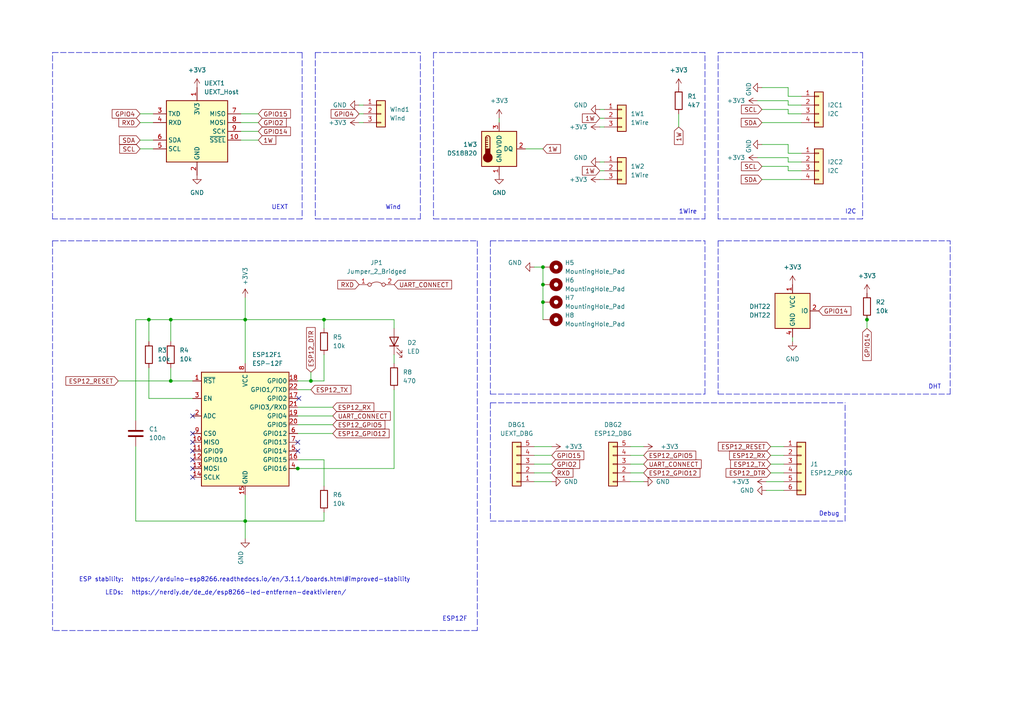
<source format=kicad_sch>
(kicad_sch (version 20231120) (generator "eeschema") (generator_version "8.0")
  (paper "A4")
  (lib_symbols
    (symbol "Connector:UEXT_Host"
      (property "Reference" "J" (at 5.08 10.16 0))
      (property "Value" "UEXT_Host" (at 6.35 -10.16 0))
      (symbol "UEXT_Host_1_1"
        (rectangle (start -8.89 8.89) (end 8.89 -8.89) (stroke (width 0.254)) (fill (type background)))
        (pin power_in line (at 0 12.7 270) (length 3.81) (name "3V3") (number "1"))
        (pin output line (at 12.7 -2.54 180) (length 3.81) (name "~{SSEL}") (number "10"))
        (pin power_in line (at 0 -12.7 90) (length 3.81) (name "GND") (number "2"))
        (pin output line (at -12.7 5.08 0) (length 3.81) (name "TXD") (number "3"))
        (pin input line (at -12.7 2.54 0) (length 3.81) (name "RXD") (number "4"))
        (pin output line (at -12.7 -5.08 0) (length 3.81) (name "SCL") (number "5"))
        (pin bidirectional line (at -12.7 -2.54 0) (length 3.81) (name "SDA") (number "6"))
        (pin output line (at 12.7 5.08 180) (length 3.81) (name "MISO") (number "7"))
        (pin input line (at 12.7 2.54 180) (length 3.81) (name "MOSI") (number "8"))
        (pin output line (at 12.7 0 180) (length 3.81) (name "SCK") (number "9"))
      )
    )
    (symbol "Connector_Generic:Conn_01x03" (pin_names (offset 1.016) hide)
      (property "Reference" "J" (at 0 5.08 0))
      (property "Value" "Conn_01x03" (at 0 -5.08 0))
      (symbol "Conn_01x03_1_1"
        (rectangle (start -1.27 -2.413) (end 0 -2.667) (stroke (width 0.1524)))
        (rectangle (start -1.27 0.127) (end 0 -0.127) (stroke (width 0.1524)))
        (rectangle (start -1.27 2.667) (end 0 2.413) (stroke (width 0.1524)))
        (rectangle (start -1.27 3.81) (end 1.27 -3.81) (stroke (width 0.254)) (fill (type background)))
        (pin passive line (at -5.08 2.54 0) (length 3.81) (name "Pin_1") (number "1"))
        (pin passive line (at -5.08 0 0) (length 3.81) (name "Pin_2") (number "2"))
        (pin passive line (at -5.08 -2.54 0) (length 3.81) (name "Pin_3") (number "3"))
      )
    )
    (symbol "Connector_Generic:Conn_01x04" (pin_names (offset 1.016) hide)
      (property "Reference" "J" (at 0 5.08 0))
      (property "Value" "Conn_01x04" (at 0 -7.62 0))
      (symbol "Conn_01x04_1_1"
        (rectangle (start -1.27 -4.953) (end 0 -5.207) (stroke (width 0.1524)))
        (rectangle (start -1.27 -2.413) (end 0 -2.667) (stroke (width 0.1524)))
        (rectangle (start -1.27 0.127) (end 0 -0.127) (stroke (width 0.1524)))
        (rectangle (start -1.27 2.667) (end 0 2.413) (stroke (width 0.1524)))
        (rectangle (start -1.27 3.81) (end 1.27 -6.35) (stroke (width 0.254)) (fill (type background)))
        (pin passive line (at -5.08 2.54 0) (length 3.81) (name "Pin_1") (number "1"))
        (pin passive line (at -5.08 0 0) (length 3.81) (name "Pin_2") (number "2"))
        (pin passive line (at -5.08 -2.54 0) (length 3.81) (name "Pin_3") (number "3"))
        (pin passive line (at -5.08 -5.08 0) (length 3.81) (name "Pin_4") (number "4"))
      )
    )
    (symbol "Connector_Generic:Conn_01x05" (pin_names (offset 1.016) hide)
      (property "Reference" "J" (at 0 7.62 0))
      (property "Value" "Conn_01x05" (at 0 -7.62 0))
      (symbol "Conn_01x05_1_1"
        (rectangle (start -1.27 -4.953) (end 0 -5.207) (stroke (width 0.1524)))
        (rectangle (start -1.27 -2.413) (end 0 -2.667) (stroke (width 0.1524)))
        (rectangle (start -1.27 0.127) (end 0 -0.127) (stroke (width 0.1524)))
        (rectangle (start -1.27 2.667) (end 0 2.413) (stroke (width 0.1524)))
        (rectangle (start -1.27 5.207) (end 0 4.953) (stroke (width 0.1524)))
        (rectangle (start -1.27 6.35) (end 1.27 -6.35) (stroke (width 0.254)) (fill (type background)))
        (pin passive line (at -5.08 5.08 0) (length 3.81) (name "Pin_1") (number "1"))
        (pin passive line (at -5.08 2.54 0) (length 3.81) (name "Pin_2") (number "2"))
        (pin passive line (at -5.08 0 0) (length 3.81) (name "Pin_3") (number "3"))
        (pin passive line (at -5.08 -2.54 0) (length 3.81) (name "Pin_4") (number "4"))
        (pin passive line (at -5.08 -5.08 0) (length 3.81) (name "Pin_5") (number "5"))
      )
    )
    (symbol "Connector_Generic:Conn_01x06" (pin_names (offset 1.016) hide)
      (property "Reference" "J" (at 0 7.62 0))
      (property "Value" "Conn_01x06" (at 0 -10.16 0))
      (symbol "Conn_01x06_1_1"
        (rectangle (start -1.27 -7.493) (end 0 -7.747) (stroke (width 0.1524)))
        (rectangle (start -1.27 -4.953) (end 0 -5.207) (stroke (width 0.1524)))
        (rectangle (start -1.27 -2.413) (end 0 -2.667) (stroke (width 0.1524)))
        (rectangle (start -1.27 0.127) (end 0 -0.127) (stroke (width 0.1524)))
        (rectangle (start -1.27 2.667) (end 0 2.413) (stroke (width 0.1524)))
        (rectangle (start -1.27 5.207) (end 0 4.953) (stroke (width 0.1524)))
        (rectangle (start -1.27 6.35) (end 1.27 -8.89) (stroke (width 0.254)) (fill (type background)))
        (pin passive line (at -5.08 5.08 0) (length 3.81) (name "Pin_1") (number "1"))
        (pin passive line (at -5.08 2.54 0) (length 3.81) (name "Pin_2") (number "2"))
        (pin passive line (at -5.08 0 0) (length 3.81) (name "Pin_3") (number "3"))
        (pin passive line (at -5.08 -2.54 0) (length 3.81) (name "Pin_4") (number "4"))
        (pin passive line (at -5.08 -5.08 0) (length 3.81) (name "Pin_5") (number "5"))
        (pin passive line (at -5.08 -7.62 0) (length 3.81) (name "Pin_6") (number "6"))
      )
    )
    (symbol "Device:C" (pin_numbers hide) (pin_names (offset 0.254))
      (property "Reference" "C" (at 0.635 2.54 0))
      (property "Value" "C" (at 0.635 -2.54 0))
      (symbol "C_0_1"
        (polyline (pts (xy -2.032 -0.762) (xy 2.032 -0.762)) (stroke (width 0.508)))
        (polyline (pts (xy -2.032 0.762) (xy 2.032 0.762)) (stroke (width 0.508)))
      )
      (symbol "C_1_1"
        (pin passive line (at 0 3.81 270) (length 2.794) (name "~") (number "1"))
        (pin passive line (at 0 -3.81 90) (length 2.794) (name "~") (number "2"))
      )
    )
    (symbol "Device:LED" (pin_numbers hide) (pin_names (offset 1.016) hide)
      (property "Reference" "D" (at 0 2.54 0))
      (property "Value" "LED" (at 0 -2.54 0))
      (symbol "LED_0_1"
        (polyline (pts (xy -1.27 -1.27) (xy -1.27 1.27)) (stroke (width 0.254)))
        (polyline (pts (xy -1.27 0) (xy 1.27 0)))
        (polyline (pts (xy 1.27 -1.27) (xy 1.27 1.27) (xy -1.27 0) (xy 1.27 -1.27)) (stroke (width 0.254)))
        (polyline (pts (xy -3.048 -0.762) (xy -4.572 -2.286) (xy -3.81 -2.286) (xy -4.572 -2.286) (xy -4.572 -1.524)))
        (polyline (pts (xy -1.778 -0.762) (xy -3.302 -2.286) (xy -2.54 -2.286) (xy -3.302 -2.286) (xy -3.302 -1.524)))
      )
      (symbol "LED_1_1"
        (pin passive line (at -3.81 0 0) (length 2.54) (name "K") (number "1"))
        (pin passive line (at 3.81 0 180) (length 2.54) (name "A") (number "2"))
      )
    )
    (symbol "Device:R" (pin_numbers hide) (pin_names (offset 0))
      (property "Reference" "R" (at 2.032 0 90))
      (property "Value" "R" (at 0 0 90))
      (symbol "R_0_1"
        (rectangle (start -1.016 -2.54) (end 1.016 2.54) (stroke (width 0.254)))
      )
      (symbol "R_1_1"
        (pin passive line (at 0 3.81 270) (length 1.27) (name "~") (number "1"))
        (pin passive line (at 0 -3.81 90) (length 1.27) (name "~") (number "2"))
      )
    )
    (symbol "Graphic:Logo_Open_Hardware_Small" (pin_names (offset 1.016))
      (symbol "Logo_Open_Hardware_Small_0_1"
        (polyline (pts (xy 3.3528 -4.3434) (xy 3.302 -4.318) (xy 3.175 -4.2418) (xy 2.9972 -4.1148) (xy 2.7686 -3.9624) (xy 2.54 -3.81) (xy 2.3622 -3.7084) (xy 2.2352 -3.6068) (xy 2.1844 -3.5814) (xy 2.159 -3.6068) (xy 2.0574 -3.6576) (xy 1.905 -3.7338) (xy 1.8034 -3.7846) (xy 1.6764 -3.8354) (xy 1.6002 -3.8354) (xy 1.6002 -3.8354) (xy 1.5494 -3.7338) (xy 1.4732 -3.5306) (xy 1.3462 -3.302) (xy 1.2446 -3.0226) (xy 1.1176 -2.7178) (xy 0.9652 -2.413) (xy 0.8636 -2.1082) (xy 0.7366 -1.8288) (xy 0.6604 -1.6256) (xy 0.6096 -1.4732) (xy 0.5842 -1.397) (xy 0.5842 -1.397) (xy 0.6604 -1.3208) (xy 0.7874 -1.2446) (xy 1.0414 -1.016) (xy 1.2954 -0.6858) (xy 1.4478 -0.3302) (xy 1.524 0.0762) (xy 1.4732 0.4572) (xy 1.3208 0.8128) (xy 1.0668 1.143) (xy 0.762 1.3716) (xy 0.4064 1.524) (xy 0 1.5748) (xy -0.381 1.5494) (xy -0.7366 1.397) (xy -1.0668 1.143) (xy -1.2192 0.9906) (xy -1.397 0.6604) (xy -1.524 0.3048) (xy -1.524 0.2286) (xy -1.4986 -0.1778) (xy -1.397 -0.5334) (xy -1.1938 -0.8636) (xy -0.9144 -1.143) (xy -0.8636 -1.1684) (xy -0.7366 -1.27) (xy -0.635 -1.3462) (xy -0.5842 -1.397) (xy -1.0668 -2.5908) (xy -1.143 -2.794) (xy -1.2954 -3.1242) (xy -1.397 -3.4036) (xy -1.4986 -3.6322) (xy -1.5748 -3.7846) (xy -1.6002 -3.8354) (xy -1.6002 -3.8354) (xy -1.651 -3.8354) (xy -1.7272 -3.81) (xy -1.905 -3.7338) (xy -2.0066 -3.683) (xy -2.1336 -3.6068) (xy -2.2098 -3.5814) (xy -2.2606 -3.6068) (xy -2.3622 -3.683) (xy -2.54 -3.81) (xy -2.7686 -3.9624) (xy -2.9718 -4.0894) (xy -3.1496 -4.2164) (xy -3.302 -4.318) (xy -3.3528 -4.3434) (xy -3.3782 -4.3434) (xy -3.429 -4.318) (xy -3.5306 -4.2164) (xy -3.7084 -4.064) (xy -3.937 -3.8354) (xy -3.9624 -3.81) (xy -4.1656 -3.6068) (xy -4.318 -3.4544) (xy -4.4196 -3.3274) (xy -4.445 -3.2766) (xy -4.445 -3.2766) (xy -4.4196 -3.2258) (xy -4.318 -3.0734) (xy -4.2164 -2.8956) (xy -4.064 -2.667) (xy -3.6576 -2.0828) (xy -3.8862 -1.5494) (xy -3.937 -1.3716) (xy -4.0386 -1.1684) (xy -4.0894 -1.0414) (xy -4.1148 -0.9652) (xy -4.191 -0.9398) (xy -4.318 -0.9144) (xy -4.5466 -0.8636) (xy -4.8006 -0.8128) (xy -5.0546 -0.7874) (xy -5.2578 -0.7366) (xy -5.4356 -0.7112) (xy -5.5118 -0.6858) (xy -5.5118 -0.6858) (xy -5.5372 -0.635) (xy -5.5372 -0.5588) (xy -5.5372 -0.4318) (xy -5.5626 -0.2286) (xy -5.5626 0.0762) (xy -5.5626 0.127) (xy -5.5372 0.4064) (xy -5.5372 0.635) (xy -5.5372 0.762) (xy -5.5372 0.8382) (xy -5.5372 0.8382) (xy -5.461 0.8382) (xy -5.3086 0.889) (xy -5.08 0.9144) (xy -4.826 0.9652) (xy -4.8006 0.9906) (xy -4.5466 1.0414) (xy -4.318 1.0668) (xy -4.1656 1.1176) (xy -4.0894 1.143) (xy -4.0894 1.143) (xy -4.0386 1.2446) (xy -3.9624 1.4224) (xy -3.8608 1.6256) (xy -3.7846 1.8288) (xy -3.7084 2.0066) (xy -3.6576 2.159) (xy -3.6322 2.2098) (xy -3.6322 2.2098) (xy -3.683 2.286) (xy -3.7592 2.413) (xy -3.8862 2.5908) (xy -4.064 2.8194) (xy -4.064 2.8448) (xy -4.2164 3.0734) (xy -4.3434 3.2512) (xy -4.4196 3.3782) (xy -4.445 3.4544) (xy -4.445 3.4544) (xy -4.3942 3.5052) (xy -4.2926 3.6322) (xy -4.1148 3.81) (xy -3.937 4.0132) (xy -3.8608 4.064) (xy -3.6576 4.2926) (xy -3.5052 4.4196) (xy -3.4036 4.4958) (xy -3.3528 4.5212) (xy -3.3528 4.5212) (xy -3.302 4.4704) (xy -3.1496 4.3688) (xy -2.9718 4.2418) (xy -2.7432 4.0894) (xy -2.7178 4.0894) (xy -2.4892 3.937) (xy -2.3114 3.81) (xy -2.1844 3.7084) (xy -2.1336 3.683) (xy -2.1082 3.683) (xy -2.032 3.7084) (xy -1.8542 3.7592) (xy -1.6764 3.8354) (xy -1.4732 3.937) (xy -1.27 4.0132) (xy -1.143 4.064) (xy -1.0668 4.1148) (xy -1.0668 4.1148) (xy -1.0414 4.191) (xy -1.016 4.3434) (xy -0.9652 4.572) (xy -0.9144 4.8514) (xy -0.889 4.9022) (xy -0.8382 5.1562) (xy -0.8128 5.3848) (xy -0.7874 5.5372) (xy -0.762 5.588) (xy -0.7112 5.6134) (xy -0.5842 5.6134) (xy -0.4064 5.6134) (xy -0.1524 5.6134) (xy 0.0762 5.6134) (xy 0.3302 5.6134) (xy 0.5334 5.6134) (xy 0.6858 5.588) (xy 0.7366 5.588) (xy 0.7366 5.588) (xy 0.762 5.5118) (xy 0.8128 5.334) (xy 0.8382 5.1054) (xy 0.9144 4.826) (xy 0.9144 4.7752) (xy 0.9652 4.5212) (xy 1.016 4.2926) (xy 1.0414 4.1402) (xy 1.0668 4.0894) (xy 1.0668 4.0894) (xy 1.1938 4.0386) (xy 1.3716 3.9624) (xy 1.5748 3.8608) (xy 2.0828 3.6576) (xy 2.7178 4.0894) (xy 2.7686 4.1402) (xy 2.9972 4.2926) (xy 3.175 4.4196) (xy 3.302 4.4958) (xy 3.3782 4.5212) (xy 3.3782 4.5212) (xy 3.429 4.4704) (xy 3.556 4.3434) (xy 3.7338 4.191) (xy 3.9116 3.9878) (xy 4.064 3.8354) (xy 4.2418 3.6576) (xy 4.3434 3.556) (xy 4.4196 3.4798) (xy 4.4196 3.429) (xy 4.4196 3.4036) (xy 4.3942 3.3274) (xy 4.2926 3.2004) (xy 4.1656 2.9972) (xy 4.0132 2.794) (xy 3.8862 2.5908) (xy 3.7592 2.3876) (xy 3.6576 2.2352) (xy 3.6322 2.159) (xy 3.6322 2.1336) (xy 3.683 2.0066) (xy 3.7592 1.8288) (xy 3.8608 1.6002) (xy 4.064 1.1176) (xy 4.3942 1.0414) (xy 4.5974 1.016) (xy 4.8768 0.9652) (xy 5.1308 0.9144) (xy 5.5372 0.8382) (xy 5.5626 -0.6604) (xy 5.4864 -0.6858) (xy 5.4356 -0.6858) (xy 5.2832 -0.7366) (xy 5.0546 -0.762) (xy 4.8006 -0.8128) (xy 4.5974 -0.8636) (xy 4.3688 -0.9144) (xy 4.2164 -0.9398) (xy 4.1402 -0.9398) (xy 4.1148 -0.9652) (xy 4.064 -1.0668) (xy 3.9878 -1.2446) (xy 3.9116 -1.4478) (xy 3.81 -1.651) (xy 3.7338 -1.8542) (xy 3.683 -2.0066) (xy 3.6576 -2.0828) (xy 3.683 -2.1336) (xy 3.7846 -2.2606) (xy 3.8862 -2.4638) (xy 4.0386 -2.667) (xy 4.191 -2.8956) (xy 4.318 -3.0734) (xy 4.3942 -3.2004) (xy 4.445 -3.2766) (xy 4.4196 -3.3274) (xy 4.3434 -3.429) (xy 4.1656 -3.5814) (xy 3.937 -3.8354) (xy 3.8862 -3.8608) (xy 3.683 -4.064) (xy 3.5306 -4.2164) (xy 3.4036 -4.318) (xy 3.3528 -4.3434)) (fill (type outline)))
      )
    )
    (symbol "Graphic:SYM_ESD_Small" (pin_names (offset 1.016))
      (symbol "SYM_ESD_Small_0_0"
        (polyline (pts (xy -1.27 0.381) (xy 2.159 -1.016)) (stroke (width 0.254)))
        (polyline (pts (xy -2.667 -1.905) (xy 2.794 -1.905) (xy 0 2.54) (xy -2.667 -1.905)) (stroke (width 0.254)))
        (polyline (pts (xy 2.7432 -1.905) (xy 2.7178 -1.8796) (xy 2.6162 -1.6764) (xy 2.5654 -1.6002) (xy 2.4892 -1.4986) (xy 2.4384 -1.3716) (xy 1.7526 -0.2286) (xy 1.7018 -0.127) (xy 1.6256 -0.0508) (xy 1.6002 0.0508) (xy 1.5494 0.1016) (xy 1.4986 0.2032) (xy 1.4732 0.2286) (xy 1.4732 0.2032) (xy 1.4478 0.2032) (xy 1.3208 0.0762) (xy 1.2954 0.0254) (xy 1.2954 -0.0254) (xy 1.27 -0.0762) (xy 1.2446 -0.1524) (xy 1.143 -0.254) (xy 1.0922 -0.3302) (xy 1.0414 -0.3556) (xy 0.9144 -0.4826) (xy 0.762 -0.5842) (xy 0.6604 -0.6604) (xy 0.508 -0.762) (xy 0.4572 -0.8128) (xy 0.3556 -0.8636) (xy 0.3048 -0.9144) (xy 0.2286 -0.9652) (xy 0.0762 -1.1938) (xy 0.0254 -1.2954) (xy -0.0254 -1.4224) (xy -0.0508 -1.4986) (xy -0.1016 -1.5748) (xy -0.127 -1.651) (xy -0.1778 -1.6764) (xy -0.2032 -1.7272) (xy -0.254 -1.7526) (xy -0.4064 -1.7526) (xy -0.4064 -1.7272) (xy -0.4572 -1.7018) (xy -0.4826 -1.6256) (xy -0.508 -1.524) (xy -0.508 -1.0922) (xy -0.4572 -0.889) (xy -0.4064 -0.8128) (xy -0.254 -0.6604) (xy -0.2032 -0.5842) (xy -0.127 -0.5334) (xy -0.1016 -0.4826) (xy -0.0762 -0.4064) (xy -0.0508 -0.3556) (xy -0.0254 -0.3302) (xy -0.0254 -0.2794) (xy 0 -0.2286) (xy -0.0762 -0.1524) (xy -0.127 -0.127) (xy -0.1524 -0.0762) (xy -0.2032 -0.0508) (xy -0.2286 -0.0254) (xy -0.254 -0.0254) (xy -0.3048 -0.0762) (xy -0.3556 -0.1016) (xy -0.4318 -0.127) (xy -0.4826 -0.1524) (xy -0.5588 -0.2286) (xy -0.6096 -0.254) (xy -0.8382 -0.4826) (xy -0.8128 -0.5588) (xy -0.7874 -0.5842) (xy -0.7874 -0.8636) (xy -0.8128 -0.889) (xy -0.8128 -0.9652) (xy -0.762 -1.016) (xy -0.762 -1.0414) (xy -0.6604 -1.2954) (xy -0.6604 -1.5748) (xy -0.6858 -1.6002) (xy -0.6858 -1.6256) (xy -0.7366 -1.7018) (xy -0.8382 -1.7526) (xy -0.9144 -1.7526) (xy -0.9398 -1.7272) (xy -0.9652 -1.6764) (xy -1.016 -1.6002) (xy -1.0414 -1.524) (xy -1.143 -1.27) (xy -1.2192 -1.0414) (xy -1.27 -0.9652) (xy -1.2954 -0.889) (xy -1.3208 -0.8382) (xy -1.3208 -0.8128) (xy -1.3716 -0.7112) (xy -1.397 -0.5842) (xy -1.397 -0.4826) (xy -1.3716 -0.381) (xy -1.3208 -0.254) (xy -1.2954 -0.2032) (xy -1.1938 -0.0508) (xy -1.0414 0.1524) (xy -0.9906 0.2032) (xy -0.9652 0.254) (xy -0.9144 0.3302) (xy -0.889 0.381) (xy -0.8636 0.381) (xy -0.8128 0.508) (xy -0.6096 0.7112) (xy -0.5334 0.7366) (xy -0.508 0.762) (xy -0.4318 0.762) (xy -0.3556 0.7874) (xy -0.2286 0.8128) (xy -0.1016 0.8128) (xy 0.0508 0.8382) (xy 0.2032 0.8382) (xy 0.3048 0.8636) (xy 0.4826 0.8636) (xy 0.5334 0.889) (xy 0.5842 0.889) (xy 0.6858 0.9398) (xy 0.7112 0.9652) (xy 0.762 0.9906) (xy 0.8128 1.0414) (xy 0.8636 1.0668) (xy 0.889 1.1176) (xy 0.9144 1.143) (xy 0.9144 1.1938) (xy 0.889 1.2192) (xy 0.8636 1.27) (xy 0.8128 1.3462) (xy 0.7112 1.5494) (xy 0.635 1.651) (xy 0.5842 1.7526) (xy 0.508 1.8796) (xy 0.4572 1.9558) (xy 0.381 2.0828) (xy 0.3048 2.1844) (xy 0.254 2.286) (xy 0.2032 2.3622) (xy 0.1778 2.4384) (xy 0.1016 2.5146) (xy 0.1016 2.54) (xy 0.0762 2.5654) (xy 0.0762 2.5908) (xy 0.0254 2.5908) (xy 0.0254 2.5654) (xy -0.0254 2.5146) (xy -0.1016 2.3622) (xy -0.254 2.1336) (xy -0.3048 2.032) (xy -0.4572 1.778) (xy -0.5588 1.6256) (xy -0.762 1.27) (xy -0.889 1.0668) (xy -1.016 0.8382) (xy -1.1684 0.6096) (xy -1.3208 0.3302) (xy -1.397 0.2032) (xy -1.524 -0.0254) (xy -1.778 -0.4318) (xy -1.8796 -0.635) (xy -2.0066 -0.8128) (xy -2.1082 -0.9906) (xy -2.2098 -1.143) (xy -2.286 -1.2954) (xy -2.4384 -1.5494) (xy -2.4892 -1.651) (xy -2.5654 -1.7526) (xy -2.5908 -1.8288) (xy -2.6162 -1.8796) (xy -2.6416 -1.905) (xy -2.6416 -1.9304) (xy 2.7432 -1.9304) (xy 2.7432 -1.905)) (stroke (width 0.127)) (fill (type background)))
      )
    )
    (symbol "Jumper:Jumper_2_Bridged" (pin_names (offset 0) hide)
      (property "Reference" "JP" (at 0 1.905 0))
      (property "Value" "Jumper_2_Bridged" (at 0 -2.54 0))
      (symbol "Jumper_2_Bridged_0_0"
        (circle (center -2.032 0) (radius 0.508))
        (circle (center 2.032 0) (radius 0.508))
      )
      (symbol "Jumper_2_Bridged_0_1"
        (arc (start 1.524 0.254) (mid 0 0.762) (end -1.524 0.254))
      )
      (symbol "Jumper_2_Bridged_1_1"
        (pin passive line (at -5.08 0 0) (length 2.54) (name "A") (number "1"))
        (pin passive line (at 5.08 0 180) (length 2.54) (name "B") (number "2"))
      )
    )
    (symbol "Mechanical:MountingHole_Pad" (pin_numbers hide) (pin_names (offset 1.016) hide)
      (property "Reference" "H" (at 0 6.35 0))
      (property "Value" "MountingHole_Pad" (at 0 4.445 0))
      (symbol "MountingHole_Pad_0_1"
        (circle (center 0 1.27) (radius 1.27) (stroke (width 1.27)))
      )
      (symbol "MountingHole_Pad_1_1"
        (pin input line (at 0 -2.54 90) (length 2.54) (name "1") (number "1"))
      )
    )
    (symbol "RF_Module:ESP-12F"
      (property "Reference" "U" (at -12.7 19.05 0))
      (property "Value" "ESP-12F" (at 12.7 19.05 0))
      (symbol "ESP-12F_0_1"
        (rectangle (start -12.7 17.78) (end 12.7 -15.24) (stroke (width 0.254)) (fill (type background)))
      )
      (symbol "ESP-12F_1_1"
        (pin input line (at -15.24 15.24 0) (length 2.54) (name "~{RST}") (number "1"))
        (pin bidirectional line (at -15.24 -2.54 0) (length 2.54) (name "MISO") (number "10"))
        (pin bidirectional line (at -15.24 -5.08 0) (length 2.54) (name "GPIO9") (number "11"))
        (pin bidirectional line (at -15.24 -7.62 0) (length 2.54) (name "GPIO10") (number "12"))
        (pin bidirectional line (at -15.24 -10.16 0) (length 2.54) (name "MOSI") (number "13"))
        (pin bidirectional line (at -15.24 -12.7 0) (length 2.54) (name "SCLK") (number "14"))
        (pin power_in line (at 0 -17.78 90) (length 2.54) (name "GND") (number "15"))
        (pin bidirectional line (at 15.24 -7.62 180) (length 2.54) (name "GPIO15") (number "16"))
        (pin bidirectional line (at 15.24 10.16 180) (length 2.54) (name "GPIO2") (number "17"))
        (pin bidirectional line (at 15.24 15.24 180) (length 2.54) (name "GPIO0") (number "18"))
        (pin bidirectional line (at 15.24 5.08 180) (length 2.54) (name "GPIO4") (number "19"))
        (pin input line (at -15.24 5.08 0) (length 2.54) (name "ADC") (number "2"))
        (pin bidirectional line (at 15.24 2.54 180) (length 2.54) (name "GPIO5") (number "20"))
        (pin bidirectional line (at 15.24 7.62 180) (length 2.54) (name "GPIO3/RXD") (number "21"))
        (pin bidirectional line (at 15.24 12.7 180) (length 2.54) (name "GPIO1/TXD") (number "22"))
        (pin input line (at -15.24 10.16 0) (length 2.54) (name "EN") (number "3"))
        (pin bidirectional line (at 15.24 -10.16 180) (length 2.54) (name "GPIO16") (number "4"))
        (pin bidirectional line (at 15.24 -5.08 180) (length 2.54) (name "GPIO14") (number "5"))
        (pin bidirectional line (at 15.24 0 180) (length 2.54) (name "GPIO12") (number "6"))
        (pin bidirectional line (at 15.24 -2.54 180) (length 2.54) (name "GPIO13") (number "7"))
        (pin power_in line (at 0 20.32 270) (length 2.54) (name "VCC") (number "8"))
        (pin input line (at -15.24 0 0) (length 2.54) (name "CS0") (number "9"))
      )
    )
    (symbol "Sensor:DHT11"
      (property "Reference" "U" (at -3.81 6.35 0))
      (property "Value" "DHT11" (at 3.81 6.35 0))
      (symbol "DHT11_0_1"
        (rectangle (start -5.08 5.08) (end 5.08 -5.08) (stroke (width 0.254)) (fill (type background)))
      )
      (symbol "DHT11_1_1"
        (pin power_in line (at 0 7.62 270) (length 2.54) (name "VCC") (number "1"))
        (pin bidirectional line (at 7.62 0 180) (length 2.54) (name "IO") (number "2"))
        (pin no_connect line (at -5.08 0 0) (length 2.54) hide (name "NC") (number "3"))
        (pin power_in line (at 0 -7.62 90) (length 2.54) (name "GND") (number "4"))
      )
    )
    (symbol "Sensor_Temperature:DS18B20" (pin_names (offset 1.016))
      (property "Reference" "U" (at -3.81 6.35 0))
      (property "Value" "DS18B20" (at 6.35 6.35 0))
      (symbol "DS18B20_0_1"
        (rectangle (start -5.08 5.08) (end 5.08 -5.08) (stroke (width 0.254)) (fill (type background)))
        (circle (center -3.302 -2.54) (radius 1.27) (stroke (width 0.254)) (fill (type outline)))
        (rectangle (start -2.667 -1.905) (end -3.937 0) (stroke (width 0.254)) (fill (type outline)))
        (arc (start -2.667 3.175) (mid -3.302 3.8072) (end -3.937 3.175) (stroke (width 0.254)))
        (polyline (pts (xy -3.937 0.635) (xy -3.302 0.635)) (stroke (width 0.254)))
        (polyline (pts (xy -3.937 1.27) (xy -3.302 1.27)) (stroke (width 0.254)))
        (polyline (pts (xy -3.937 1.905) (xy -3.302 1.905)) (stroke (width 0.254)))
        (polyline (pts (xy -3.937 2.54) (xy -3.302 2.54)) (stroke (width 0.254)))
        (polyline (pts (xy -3.937 3.175) (xy -3.937 0)) (stroke (width 0.254)))
        (polyline (pts (xy -3.937 3.175) (xy -3.302 3.175)) (stroke (width 0.254)))
        (polyline (pts (xy -2.667 3.175) (xy -2.667 0)) (stroke (width 0.254)))
      )
      (symbol "DS18B20_1_1"
        (pin power_in line (at 0 -7.62 90) (length 2.54) (name "GND") (number "1"))
        (pin bidirectional line (at 7.62 0 180) (length 2.54) (name "DQ") (number "2"))
        (pin power_in line (at 0 7.62 270) (length 2.54) (name "VDD") (number "3"))
      )
    )
    (symbol "power:+3.3V" (power) (pin_names (offset 0))
      (property "Value" "+3.3V" (at 0 3.556 0))
      (symbol "+3.3V_0_1"
        (polyline (pts (xy -0.762 1.27) (xy 0 2.54)))
        (polyline (pts (xy 0 0) (xy 0 2.54)))
        (polyline (pts (xy 0 2.54) (xy 0.762 1.27)))
      )
      (symbol "+3.3V_1_1"
        (pin power_in line (at 0 0 90) (length 0) hide (name "+3V3") (number "1"))
      )
    )
    (symbol "power:GND" (power) (pin_names (offset 0))
      (property "Value" "GND" (at 0 -3.81 0))
      (symbol "GND_0_1"
        (polyline (pts (xy 0 0) (xy 0 -1.27) (xy 1.27 -1.27) (xy 0 -2.54) (xy -1.27 -1.27) (xy 0 -1.27)))
      )
      (symbol "GND_1_1"
        (pin power_in line (at 0 0 270) (length 0) hide (name "GND") (number "1"))
      )
    )
  )
  (junction (at 157.48 77.47))
  (junction (at 90.17 110.49))
  (junction (at 93.98 92.71))
  (junction (at 49.53 92.71))
  (junction (at 43.18 92.71))
  (junction (at 71.12 151.13))
  (junction (at 49.53 110.49))
  (junction (at 157.48 87.63))
  (junction (at 251.46 92.71))
  (junction (at 71.12 92.71))
  (junction (at 157.48 82.55))
  (junction (at 86.36 135.89))
  (no_connect (at 55.88 130.81))
  (no_connect (at 86.6668 115.57))
  (no_connect (at 55.88 135.89))
  (no_connect (at 86.36 128.27))
  (no_connect (at 86.36 130.81))
  (no_connect (at 55.88 125.73))
  (no_connect (at 55.88 128.27))
  (no_connect (at 55.88 133.35))
  (no_connect (at 55.88 120.65))
  (no_connect (at 55.88 138.43))
  (wire (pts (xy 74.93 38.1) (xy 69.85 38.1)))
  (wire (pts (xy 220.98 25.4) (xy 228.6 25.4)))
  (polyline (pts (xy 91.44 15.24) (xy 91.44 63.5)) (stroke (width 0) (type dash)))
  (polyline (pts (xy 91.44 63.5) (xy 121.92 63.5)) (stroke (width 0) (type dash)))
  (wire (pts (xy 104.14 33.02) (xy 105.41 33.02)))
  (polyline (pts (xy 208.28 63.5) (xy 208.28 15.24)) (stroke (width 0) (type dash)))
  (wire (pts (xy 86.36 118.11) (xy 96.52 118.11)))
  (wire (pts (xy 157.48 77.47) (xy 157.48 82.55)))
  (polyline (pts (xy 125.73 63.5) (xy 204.47 63.5)) (stroke (width 0) (type dash)))
  (wire (pts (xy 175.26 36.83) (xy 173.99 36.83)))
  (wire (pts (xy 43.18 106.68) (xy 43.18 115.57)))
  (wire (pts (xy 173.99 49.53) (xy 175.26 49.53)))
  (wire (pts (xy 228.6 25.4) (xy 228.6 27.94)))
  (wire (pts (xy 251.46 91.44) (xy 251.46 92.71)))
  (wire (pts (xy 114.3 135.89) (xy 114.3 113.03)))
  (wire (pts (xy 220.98 48.26) (xy 228.6 48.26)))
  (polyline (pts (xy 142.24 116.84) (xy 245.11 116.84)) (stroke (width 0) (type dash)))
  (wire (pts (xy 175.26 52.07) (xy 173.99 52.07)))
  (wire (pts (xy 227.33 132.08) (xy 223.52 132.08)))
  (wire (pts (xy 90.17 110.49) (xy 86.36 110.49)))
  (wire (pts (xy 220.98 52.07) (xy 232.41 52.07)))
  (wire (pts (xy 93.98 133.35) (xy 93.98 140.97)))
  (wire (pts (xy 175.26 46.99) (xy 173.99 46.99)))
  (wire (pts (xy 228.6 49.53) (xy 232.41 49.53)))
  (wire (pts (xy 71.12 92.71) (xy 71.12 105.41)))
  (wire (pts (xy 228.6 46.99) (xy 232.41 46.99)))
  (wire (pts (xy 228.6 41.91) (xy 228.6 44.45)))
  (wire (pts (xy 40.64 35.56) (xy 44.45 35.56)))
  (wire (pts (xy 220.98 31.75) (xy 228.6 31.75)))
  (polyline (pts (xy 142.24 116.84) (xy 142.24 151.13)) (stroke (width 0) (type dash)))
  (wire (pts (xy 104.14 30.48) (xy 105.41 30.48)))
  (polyline (pts (xy 250.19 15.24) (xy 250.19 63.5)) (stroke (width 0) (type dash)))
  (polyline (pts (xy 138.43 69.85) (xy 138.43 182.88)) (stroke (width 0) (type dash)))
  (wire (pts (xy 49.53 110.49) (xy 49.53 106.68)))
  (wire (pts (xy 71.12 92.71) (xy 93.98 92.71)))
  (wire (pts (xy 251.46 92.71) (xy 251.46 95.25)))
  (wire (pts (xy 40.64 43.18) (xy 44.45 43.18)))
  (polyline (pts (xy 275.59 114.3) (xy 275.59 69.85)) (stroke (width 0) (type dash)))
  (wire (pts (xy 227.33 137.16) (xy 223.52 137.16)))
  (polyline (pts (xy 142.24 69.85) (xy 204.47 69.85)) (stroke (width 0) (type dash)))
  (wire (pts (xy 40.64 40.64) (xy 44.45 40.64)))
  (wire (pts (xy 228.6 31.75) (xy 228.6 33.02)))
  (wire (pts (xy 71.12 151.13) (xy 93.98 151.13)))
  (wire (pts (xy 86.36 123.19) (xy 96.52 123.19)))
  (wire (pts (xy 86.36 135.89) (xy 114.3 135.89)))
  (wire (pts (xy 86.36 120.65) (xy 96.52 120.65)))
  (wire (pts (xy 228.6 27.94) (xy 232.41 27.94)))
  (wire (pts (xy 228.6 48.26) (xy 228.6 49.53)))
  (polyline (pts (xy 138.43 182.88) (xy 15.24 182.88)) (stroke (width 0) (type dash)))
  (polyline (pts (xy 204.47 63.5) (xy 204.47 15.24)) (stroke (width 0) (type dash)))
  (wire (pts (xy 69.85 33.02) (xy 74.93 33.02)))
  (wire (pts (xy 39.37 121.92) (xy 39.37 92.71)))
  (wire (pts (xy 182.88 134.62) (xy 186.69 134.62)))
  (wire (pts (xy 144.78 34.29) (xy 144.78 35.56)))
  (wire (pts (xy 154.94 77.47) (xy 157.48 77.47)))
  (wire (pts (xy 114.3 102.87) (xy 114.3 105.41)))
  (polyline (pts (xy 204.47 15.24) (xy 125.73 15.24)) (stroke (width 0) (type dash)))
  (polyline (pts (xy 15.24 15.24) (xy 87.63 15.24)) (stroke (width 0) (type dash)))
  (wire (pts (xy 228.6 29.21) (xy 228.6 30.48)))
  (wire (pts (xy 229.87 99.06) (xy 229.87 97.79)))
  (polyline (pts (xy 208.28 114.3) (xy 275.59 114.3)) (stroke (width 0) (type dash)))
  (wire (pts (xy 86.36 125.73) (xy 96.52 125.73)))
  (wire (pts (xy 71.12 86.36) (xy 71.12 92.71)))
  (polyline (pts (xy 142.24 69.85) (xy 142.24 114.3)) (stroke (width 0) (type dash)))
  (wire (pts (xy 223.52 129.54) (xy 227.33 129.54)))
  (wire (pts (xy 154.94 132.08) (xy 160.02 132.08)))
  (wire (pts (xy 114.3 92.71) (xy 114.3 95.25)))
  (wire (pts (xy 222.25 142.24) (xy 227.33 142.24)))
  (wire (pts (xy 74.93 35.56) (xy 69.85 35.56)))
  (polyline (pts (xy 125.73 15.24) (xy 125.73 63.5)) (stroke (width 0) (type dash)))
  (wire (pts (xy 157.48 87.63) (xy 157.48 92.71)))
  (wire (pts (xy 86.36 133.35) (xy 93.98 133.35)))
  (polyline (pts (xy 142.24 151.13) (xy 245.11 151.13)) (stroke (width 0) (type dash)))
  (polyline (pts (xy 91.44 15.24) (xy 121.92 15.24)) (stroke (width 0) (type dash)))
  (polyline (pts (xy 15.24 63.5) (xy 15.24 15.24)) (stroke (width 0) (type dash)))
  (wire (pts (xy 83.82 135.89) (xy 86.36 135.89)))
  (polyline (pts (xy 87.63 63.5) (xy 15.24 63.5)) (stroke (width 0) (type dash)))
  (wire (pts (xy 34.29 110.49) (xy 49.53 110.49)))
  (wire (pts (xy 152.4 43.18) (xy 157.48 43.18)))
  (polyline (pts (xy 15.24 69.85) (xy 138.43 69.85)) (stroke (width 0) (type dash)))
  (wire (pts (xy 71.12 92.71) (xy 49.53 92.71)))
  (polyline (pts (xy 208.28 69.85) (xy 208.28 114.3)) (stroke (width 0) (type dash)))
  (polyline (pts (xy 208.28 15.24) (xy 250.19 15.24)) (stroke (width 0) (type dash)))
  (polyline (pts (xy 204.47 114.3) (xy 204.47 69.85)) (stroke (width 0) (type dash)))
  (wire (pts (xy 175.26 31.75) (xy 173.99 31.75)))
  (wire (pts (xy 49.53 92.71) (xy 49.53 99.06)))
  (wire (pts (xy 55.88 110.49) (xy 49.53 110.49)))
  (wire (pts (xy 71.12 151.13) (xy 71.12 143.51)))
  (polyline (pts (xy 142.24 114.3) (xy 204.47 114.3)) (stroke (width 0) (type dash)))
  (wire (pts (xy 182.88 132.08) (xy 186.69 132.08)))
  (wire (pts (xy 228.6 33.02) (xy 232.41 33.02)))
  (wire (pts (xy 219.71 29.21) (xy 228.6 29.21)))
  (wire (pts (xy 104.14 35.56) (xy 105.41 35.56)))
  (polyline (pts (xy 121.92 63.5) (xy 121.92 15.24)) (stroke (width 0) (type dash)))
  (polyline (pts (xy 245.11 151.13) (xy 245.11 116.84)) (stroke (width 0) (type dash)))
  (polyline (pts (xy 87.63 15.24) (xy 87.63 63.5)) (stroke (width 0) (type dash)))
  (wire (pts (xy 160.02 129.54) (xy 154.94 129.54)))
  (wire (pts (xy 69.85 40.64) (xy 74.93 40.64)))
  (wire (pts (xy 227.33 134.62) (xy 223.52 134.62)))
  (wire (pts (xy 154.94 137.16) (xy 160.02 137.16)))
  (wire (pts (xy 182.88 129.54) (xy 186.69 129.54)))
  (wire (pts (xy 228.6 30.48) (xy 232.41 30.48)))
  (wire (pts (xy 93.98 151.13) (xy 93.98 148.59)))
  (wire (pts (xy 40.64 33.02) (xy 44.45 33.02)))
  (wire (pts (xy 228.6 45.72) (xy 228.6 46.99)))
  (wire (pts (xy 93.98 102.87) (xy 93.98 110.49)))
  (wire (pts (xy 157.48 82.55) (xy 157.48 87.63)))
  (wire (pts (xy 154.94 134.62) (xy 160.02 134.62)))
  (wire (pts (xy 39.37 151.13) (xy 71.12 151.13)))
  (wire (pts (xy 43.18 115.57) (xy 55.88 115.57)))
  (wire (pts (xy 86.36 113.03) (xy 90.17 113.03)))
  (wire (pts (xy 90.17 107.95) (xy 90.17 110.49)))
  (wire (pts (xy 39.37 92.71) (xy 43.18 92.71)))
  (wire (pts (xy 228.6 44.45) (xy 232.41 44.45)))
  (wire (pts (xy 154.94 139.7) (xy 160.02 139.7)))
  (wire (pts (xy 93.98 110.49) (xy 90.17 110.49)))
  (wire (pts (xy 71.12 151.13) (xy 71.12 156.21)))
  (wire (pts (xy 43.18 92.71) (xy 49.53 92.71)))
  (polyline (pts (xy 15.24 69.85) (xy 15.24 182.88)) (stroke (width 0) (type dash)))
  (wire (pts (xy 220.98 35.56) (xy 232.41 35.56)))
  (wire (pts (xy 182.88 137.16) (xy 186.69 137.16)))
  (polyline (pts (xy 250.19 63.5) (xy 208.28 63.5)) (stroke (width 0) (type dash)))
  (wire (pts (xy 219.71 45.72) (xy 228.6 45.72)))
  (wire (pts (xy 173.99 34.29) (xy 175.26 34.29)))
  (wire (pts (xy 93.98 92.71) (xy 114.3 92.71)))
  (wire (pts (xy 93.98 92.71) (xy 93.98 95.25)))
  (wire (pts (xy 43.18 99.06) (xy 43.18 92.71)))
  (wire (pts (xy 196.85 33.02) (xy 196.85 36.83)))
  (wire (pts (xy 182.88 139.7) (xy 186.69 139.7)))
  (wire (pts (xy 39.37 129.54) (xy 39.37 151.13)))
  (wire (pts (xy 220.98 41.91) (xy 228.6 41.91)))
  (polyline (pts (xy 208.28 69.85) (xy 275.59 69.85)) (stroke (width 0) (type dash)))
  (wire (pts (xy 222.25 139.7) (xy 227.33 139.7)))
  (text "I2C" (at 245.11 62.23 0) (effects (font (size 1.27 1.27)) (justify left bottom)))
  (text "Wind" (at 111.76 60.96 0) (effects (font (size 1.27 1.27)) (justify left bottom)))
  (text "Debug" (at 237.49 149.86 0) (effects (font (size 1.27 1.27)) (justify left bottom)))
  (text "ESP12F" (at 128.27 180.34 0) (effects (font (size 1.27 1.27)) (justify left bottom)))
  (text "ESP stability:" (at 22.86 168.91 0) (effects (font (size 1.27 1.27)) (justify left bottom)))
  (text "DHT" (at 269.24 113.03 0) (effects (font (size 1.27 1.27)) (justify left bottom)))
  (text "LEDs:" (at 30.48 172.72 0) (effects (font (size 1.27 1.27)) (justify left bottom)))
  (text "https://nerdiy.de/de_de/esp8266-led-entfernen-deaktivieren/" (at 38.1 172.72 0) (effects (font (size 1.27 1.27)) (justify left bottom)))
  (text "1Wire" (at 196.85 62.23 0) (effects (font (size 1.27 1.27)) (justify left bottom)))
  (text "https://arduino-esp8266.readthedocs.io/en/3.1.1/boards.html#improved-stability" (at 38.1 168.91 0) (effects (font (size 1.27 1.27)) (justify left bottom)))
  (text "UEXT" (at 78.74 60.96 0) (effects (font (size 1.27 1.27)) (justify left bottom)))
  (global_label "RXD" (shape input) (at 104.14 82.55 180) (property "Intersheetrefs" "${INTERSHEET_REFS}" (effects (hide yes))))
  (global_label "UART_CONNECT" (shape input) (at 96.52 120.65 0) (property "Intersheetrefs" "${INTERSHEET_REFS}" (effects (hide yes))))
  (global_label "ESP12_RESET" (shape input) (at 223.52 129.54 180) (property "Intersheetrefs" "${INTERSHEET_REFS}" (effects (hide yes))))
  (global_label "ESP12_DTR" (shape input) (at 223.52 137.16 180) (property "Intersheetrefs" "${INTERSHEET_REFS}" (effects (hide yes))))
  (global_label "SDA" (shape input) (at 220.98 52.07 180) (property "Intersheetrefs" "${INTERSHEET_REFS}" (effects (hide yes))))
  (global_label "ESP12_RX" (shape input) (at 96.52 118.11 0) (property "Intersheetrefs" "${INTERSHEET_REFS}" (effects (hide yes))))
  (global_label "SCL" (shape input) (at 220.98 31.75 180) (property "Intersheetrefs" "${INTERSHEET_REFS}" (effects (hide yes))))
  (global_label "ESP12_TX" (shape input) (at 90.17 113.03 0) (property "Intersheetrefs" "${INTERSHEET_REFS}" (effects (hide yes))))
  (global_label "UART_CONNECT" (shape input) (at 114.3 82.55 0) (property "Intersheetrefs" "${INTERSHEET_REFS}" (effects (hide yes))))
  (global_label "GPIO14" (shape input) (at 251.46 95.25 270) (property "Intersheetrefs" "${INTERSHEET_REFS}" (effects (hide yes))))
  (global_label "SCL" (shape input) (at 220.98 48.26 180) (property "Intersheetrefs" "${INTERSHEET_REFS}" (effects (hide yes))))
  (global_label "GPIO4" (shape input) (at 40.64 33.02 180) (property "Intersheetrefs" "${INTERSHEET_REFS}" (effects (hide yes))))
  (global_label "RXD" (shape input) (at 160.02 137.16 0) (property "Intersheetrefs" "${INTERSHEET_REFS}" (effects (hide yes))))
  (global_label "GPIO14" (shape input) (at 237.49 90.17 0) (property "Intersheetrefs" "${INTERSHEET_REFS}" (effects (hide yes))))
  (global_label "ESP12_TX" (shape input) (at 223.52 134.62 180) (property "Intersheetrefs" "${INTERSHEET_REFS}" (effects (hide yes))))
  (global_label "1W" (shape input) (at 157.48 43.18 0) (property "Intersheetrefs" "${INTERSHEET_REFS}" (effects (hide yes))))
  (global_label "GPIO14" (shape input) (at 74.93 38.1 0) (property "Intersheetrefs" "${INTERSHEET_REFS}" (effects (hide yes))))
  (global_label "ESP12_DTR" (shape input) (at 90.17 107.95 90) (property "Intersheetrefs" "${INTERSHEET_REFS}" (effects (hide yes))))
  (global_label "SDA" (shape input) (at 220.98 35.56 180) (property "Intersheetrefs" "${INTERSHEET_REFS}" (effects (hide yes))))
  (global_label "1W" (shape input) (at 74.93 40.64 0) (property "Intersheetrefs" "${INTERSHEET_REFS}" (effects (hide yes))))
  (global_label "GPIO15" (shape input) (at 160.02 132.08 0) (property "Intersheetrefs" "${INTERSHEET_REFS}" (effects (hide yes))))
  (global_label "ESP12_GPIO12" (shape input) (at 96.52 125.73 0) (property "Intersheetrefs" "${INTERSHEET_REFS}" (effects (hide yes))))
  (global_label "RXD" (shape input) (at 40.64 35.56 180) (property "Intersheetrefs" "${INTERSHEET_REFS}" (effects (hide yes))))
  (global_label "ESP12_RESET" (shape input) (at 34.29 110.49 180) (property "Intersheetrefs" "${INTERSHEET_REFS}" (effects (hide yes))))
  (global_label "ESP12_GPIO12" (shape input) (at 186.69 137.16 0) (property "Intersheetrefs" "${INTERSHEET_REFS}" (effects (hide yes))))
  (global_label "SCL" (shape input) (at 40.64 43.18 180) (property "Intersheetrefs" "${INTERSHEET_REFS}" (effects (hide yes))))
  (global_label "ESP12_GPIO5" (shape input) (at 186.69 132.08 0) (property "Intersheetrefs" "${INTERSHEET_REFS}" (effects (hide yes))))
  (global_label "SDA" (shape input) (at 40.64 40.64 180) (property "Intersheetrefs" "${INTERSHEET_REFS}" (effects (hide yes))))
  (global_label "1W" (shape input) (at 173.99 49.53 180) (property "Intersheetrefs" "${INTERSHEET_REFS}" (effects (hide yes))))
  (global_label "GPIO2" (shape input) (at 74.93 35.56 0) (property "Intersheetrefs" "${INTERSHEET_REFS}" (effects (hide yes))))
  (global_label "1W" (shape input) (at 173.99 34.29 180) (property "Intersheetrefs" "${INTERSHEET_REFS}" (effects (hide yes))))
  (global_label "ESP12_GPIO5" (shape input) (at 96.52 123.19 0) (property "Intersheetrefs" "${INTERSHEET_REFS}" (effects (hide yes))))
  (global_label "ESP12_RX" (shape input) (at 223.52 132.08 180) (property "Intersheetrefs" "${INTERSHEET_REFS}" (effects (hide yes))))
  (global_label "1W" (shape input) (at 196.85 36.83 270) (property "Intersheetrefs" "${INTERSHEET_REFS}" (effects (hide yes))))
  (global_label "GPIO15" (shape input) (at 74.93 33.02 0) (property "Intersheetrefs" "${INTERSHEET_REFS}" (effects (hide yes))))
  (global_label "GPIO2" (shape input) (at 160.02 134.62 0) (property "Intersheetrefs" "${INTERSHEET_REFS}" (effects (hide yes))))
  (global_label "GPIO4" (shape input) (at 104.14 33.02 180) (property "Intersheetrefs" "${INTERSHEET_REFS}" (effects (hide yes))))
  (global_label "UART_CONNECT" (shape input) (at 186.69 134.62 0) (property "Intersheetrefs" "${INTERSHEET_REFS}" (effects (hide yes))))
  (symbol (lib_id "power:+3.3V") (at 104.14 35.56 90) (unit 1)
    (property "Reference" "#PWR0107" (effects (hide yes)))
    (property "Value" "+3V3" (at 95.25 35.56 90) (effects (justify right)))
  )
  (symbol (lib_id "Device:R") (at 251.46 88.9 0) (unit 1)
    (property "Reference" "R2" (at 254 87.6299 0) (effects (justify left)))
    (property "Value" "10k" (at 254 90.1699 0) (effects (justify left)))
    (property "Footprint" "Resistor_SMD:R_0805_2012Metric" (effects (hide yes)))
  )
  (symbol (lib_id "power:GND") (at 220.98 25.4 270) (unit 1)
    (property "Reference" "#PWR0116" (effects (hide yes)))
    (property "Value" "GND" (at 217.17 27.94 0) (effects (justify right)))
  )
  (symbol (lib_id "Sensor_Temperature:DS18B20") (at 144.78 43.18 0) (unit 1)
    (property "Reference" "1W3" (at 138.43 41.9099 0) (effects (justify right)))
    (property "Value" "DS18B20" (at 138.43 44.4499 0) (effects (justify right)))
    (property "Footprint" "Package_TO_SOT_THT:TO-92_Inline" (effects (hide yes)))
    (property "Datasheet" "http://datasheets.maximintegrated.com/en/ds/DS18B20.pdf" (effects (hide yes)))
  )
  (symbol (lib_id "Device:R") (at 196.85 29.21 0) (unit 1)
    (property "Reference" "R1" (at 199.39 27.9399 0) (effects (justify left)))
    (property "Value" "4k7" (at 199.39 30.4799 0) (effects (justify left)))
    (property "Footprint" "Resistor_SMD:R_0805_2012Metric" (effects (hide yes)))
  )
  (symbol (lib_id "RF_Module:ESP-12F") (at 71.12 125.73 0) (unit 1)
    (property "Reference" "ESP12F1" (at 73.1394 102.87 0) (effects (justify left)))
    (property "Value" "ESP-12F" (at 73.1394 105.41 0) (effects (justify left)))
    (property "Footprint" "RF_Module:ESP-12E" (effects (hide yes)))
    (property "Datasheet" "http://wiki.ai-thinker.com/_media/esp8266/esp8266_series_modules_user_manual_v1.1.pdf" (effects (hide yes)))
  )
  (symbol (lib_id "Device:LED") (at 114.3 99.06 90) (unit 1)
    (property "Reference" "D2" (at 118.11 99.3774 90) (effects (justify right)))
    (property "Value" "LED" (at 118.11 101.9174 90) (effects (justify right)))
    (property "Footprint" "LED_SMD:LED_0805_2012Metric_Pad1.15x1.40mm_HandSolder" (effects (hide yes)))
  )
  (symbol (lib_id "power:+3.3V") (at 251.46 85.09 0) (unit 1)
    (property "Reference" "#PWR0110" (effects (hide yes)))
    (property "Value" "+3V3" (at 251.46 80.01 0))
  )
  (symbol (lib_id "power:GND") (at 229.87 99.06 0) (unit 1)
    (property "Reference" "#PWR0108" (effects (hide yes)))
    (property "Value" "GND" (at 229.87 104.14 0))
  )
  (symbol (lib_id "power:+3.3V") (at 222.25 139.7 90) (unit 1)
    (property "Reference" "#PWR0126" (effects (hide yes)))
    (property "Value" "+3V3" (at 212.09 139.7 90) (effects (justify right)))
  )
  (symbol (lib_id "power:GND") (at 71.12 156.21 0) (unit 1)
    (property "Reference" "#PWR0117" (effects (hide yes)))
    (property "Value" "GND" (at 69.85 163.83 90) (effects (justify left)))
  )
  (symbol (lib_id "Device:R") (at 114.3 109.22 0) (unit 1)
    (property "Reference" "R8" (at 116.84 107.9499 0) (effects (justify left)))
    (property "Value" "470" (at 116.84 110.4899 0) (effects (justify left)))
    (property "Footprint" "Resistor_SMD:R_0805_2012Metric_Pad1.20x1.40mm_HandSolder" (effects (hide yes)))
  )
  (symbol (lib_id "power:+3.3V") (at 229.87 82.55 0) (unit 1)
    (property "Reference" "#PWR0109" (effects (hide yes)))
    (property "Value" "+3V3" (at 229.87 77.47 0))
  )
  (symbol (lib_id "Jumper:Jumper_2_Bridged") (at 109.22 82.55 0) (unit 1)
    (property "Reference" "JP1" (at 109.22 76.2 0))
    (property "Value" "Jumper_2_Bridged" (at 109.22 78.74 0))
    (property "Footprint" "Jumper:SolderJumper-2_P1.3mm_Bridged_Pad1.0x1.5mm" (effects (hide yes)))
  )
  (symbol (lib_id "Graphic:Logo_Open_Hardware_Small") (at 340.36 166.37 0) (unit 1)
    (property "Reference" "#LOGO1" (effects (hide yes)))
    (property "Value" "Logo_Open_Hardware_Small" (effects (hide yes)))
  )
  (symbol (lib_id "power:+3.3V") (at 57.15 25.4 0) (unit 1)
    (property "Reference" "#PWR0102" (effects (hide yes)))
    (property "Value" "+3V3" (at 57.15 20.32 0))
  )
  (symbol (lib_id "power:GND") (at 220.98 41.91 270) (unit 1)
    (property "Reference" "#PWR0115" (effects (hide yes)))
    (property "Value" "GND" (at 217.17 44.45 0) (effects (justify right)))
  )
  (symbol (lib_id "power:+3.3V") (at 186.69 129.54 270) (unit 1)
    (property "Reference" "#PWR0124" (effects (hide yes)))
    (property "Value" "+3V3" (at 196.85 129.54 90) (effects (justify right)))
  )
  (symbol (lib_id "power:+3.3V") (at 219.71 45.72 90) (unit 1)
    (property "Reference" "#PWR0114" (effects (hide yes)))
    (property "Value" "+3V3" (at 210.82 45.72 90) (effects (justify right)))
  )
  (symbol (lib_id "power:GND") (at 144.78 50.8 0) (unit 1)
    (property "Reference" "#PWR0105" (effects (hide yes)))
    (property "Value" "GND" (at 144.78 55.88 0))
  )
  (symbol (lib_id "Mechanical:MountingHole_Pad") (at 160.02 87.63 270) (unit 1)
    (property "Reference" "H7" (at 163.83 86.3599 90) (effects (justify left)))
    (property "Value" "MountingHole_Pad" (at 163.83 88.8999 90) (effects (justify left)))
    (property "Footprint" "MountingHole:MountingHole_2.7mm_M2.5_ISO14580_Pad" (effects (hide yes)))
  )
  (symbol (lib_id "power:GND") (at 154.94 77.47 270) (unit 1)
    (property "Reference" "#PWR0121" (effects (hide yes)))
    (property "Value" "GND" (at 147.32 76.2 90) (effects (justify left)))
  )
  (symbol (lib_id "Device:R") (at 49.53 102.87 0) (unit 1)
    (property "Reference" "R4" (at 52.07 101.5999 0) (effects (justify left)))
    (property "Value" "10k" (at 52.07 104.1399 0) (effects (justify left)))
    (property "Footprint" "Resistor_SMD:R_0805_2012Metric_Pad1.20x1.40mm_HandSolder" (effects (hide yes)))
  )
  (symbol (lib_id "power:+3.3V") (at 196.85 25.4 0) (unit 1)
    (property "Reference" "#PWR0103" (effects (hide yes)))
    (property "Value" "+3V3" (at 196.85 20.32 0))
  )
  (symbol (lib_id "Connector_Generic:Conn_01x04") (at 237.49 30.48 0) (unit 1)
    (property "Reference" "I2C1" (at 240.03 30.4799 0) (effects (justify left)))
    (property "Value" "I2C" (at 240.03 33.0199 0) (effects (justify left)))
    (property "Footprint" "Connector_JST:JST_EH_B4B-EH-A_1x04_P2.50mm_Vertical" (effects (hide yes)))
  )
  (symbol (lib_id "Connector:UEXT_Host") (at 57.15 38.1 0) (unit 1)
    (property "Reference" "UEXT1" (at 59.1694 24.13 0) (effects (justify left)))
    (property "Value" "UEXT_Host" (at 59.1694 26.67 0) (effects (justify left)))
    (property "Footprint" "PhilippLibrary:IDC-Stecker_2x05_P2.54mm_Vertical" (effects (hide yes)))
    (property "Datasheet" "https://www.olimex.com/Products/Modules/UEXT/resources/UEXT_rev_B.pdf" (effects (hide yes)))
  )
  (symbol (lib_id "power:+3.3V") (at 173.99 52.07 90) (unit 1)
    (property "Reference" "#PWR0113" (effects (hide yes)))
    (property "Value" "+3V3" (at 165.1 52.07 90) (effects (justify right)))
  )
  (symbol (lib_id "Device:R") (at 93.98 99.06 180) (unit 1)
    (property "Reference" "R5" (at 96.52 97.7899 0) (effects (justify right)))
    (property "Value" "10k" (at 96.52 100.3299 0) (effects (justify right)))
    (property "Footprint" "Resistor_SMD:R_0805_2012Metric_Pad1.20x1.40mm_HandSolder" (effects (hide yes)))
  )
  (symbol (lib_id "power:+3.3V") (at 71.12 86.36 0) (unit 1)
    (property "Reference" "#PWR0120" (effects (hide yes)))
    (property "Value" "+3V3" (at 71.12 77.47 90) (effects (justify right)))
  )
  (symbol (lib_id "Graphic:SYM_ESD_Small") (at 325.12 165.1 0) (unit 1)
    (property "Reference" "#SYM1" (effects (hide yes)))
    (property "Value" "SYM_ESD_Small" (effects (hide yes)))
  )
  (symbol (lib_id "Connector_Generic:Conn_01x05") (at 149.86 134.62 180) (unit 1)
    (property "Reference" "DBG1" (at 149.86 123.19 0))
    (property "Value" "UEXT_DBG" (at 149.86 125.73 0))
    (property "Footprint" "Connector_PinHeader_2.54mm:PinHeader_1x05_P2.54mm_Vertical" (effects (hide yes)))
  )
  (symbol (lib_id "Connector_Generic:Conn_01x03") (at 110.49 33.02 0) (unit 1)
    (property "Reference" "Wind1" (at 113.03 31.7499 0) (effects (justify left)))
    (property "Value" "Wind" (at 113.03 34.2899 0) (effects (justify left)))
    (property "Footprint" "Connector_JST:JST_EH_B3B-EH-A_1x03_P2.50mm_Vertical" (effects (hide yes)))
  )
  (symbol (lib_id "power:+3.3V") (at 144.78 34.29 0) (unit 1)
    (property "Reference" "#PWR0104" (effects (hide yes)))
    (property "Value" "+3V3" (at 144.78 29.21 0))
  )
  (symbol (lib_id "power:GND") (at 173.99 46.99 270) (unit 1)
    (property "Reference" "#PWR0112" (effects (hide yes)))
    (property "Value" "GND" (at 166.37 45.72 90) (effects (justify left)))
  )
  (symbol (lib_id "Mechanical:MountingHole_Pad") (at 160.02 77.47 270) (unit 1)
    (property "Reference" "H5" (at 163.83 76.1999 90) (effects (justify left)))
    (property "Value" "MountingHole_Pad" (at 163.83 78.7399 90) (effects (justify left)))
    (property "Footprint" "MountingHole:MountingHole_2.7mm_M2.5_ISO14580_Pad" (effects (hide yes)))
  )
  (symbol (lib_id "Device:C") (at 39.37 125.73 0) (unit 1)
    (property "Reference" "C1" (at 43.18 124.4599 0) (effects (justify left)))
    (property "Value" "100n" (at 43.18 126.9999 0) (effects (justify left)))
    (property "Footprint" "Capacitor_SMD:C_0805_2012Metric_Pad1.18x1.45mm_HandSolder" (effects (hide yes)))
  )
  (symbol (lib_id "power:GND") (at 57.15 50.8 0) (unit 1)
    (property "Reference" "#PWR0101" (effects (hide yes)))
    (property "Value" "GND" (at 57.15 55.88 0))
  )
  (symbol (lib_id "Device:R") (at 43.18 102.87 0) (unit 1)
    (property "Reference" "R3" (at 45.72 101.5999 0) (effects (justify left)))
    (property "Value" "10k" (at 45.72 104.1399 0) (effects (justify left)))
    (property "Footprint" "Resistor_SMD:R_0805_2012Metric_Pad1.20x1.40mm_HandSolder" (effects (hide yes)))
  )
  (symbol (lib_id "Connector_Generic:Conn_01x03") (at 180.34 49.53 0) (unit 1)
    (property "Reference" "1W2" (at 182.88 48.2599 0) (effects (justify left)))
    (property "Value" "1Wire" (at 182.88 50.7999 0) (effects (justify left)))
    (property "Footprint" "Connector_JST:JST_EH_B3B-EH-A_1x03_P2.50mm_Vertical" (effects (hide yes)))
  )
  (symbol (lib_id "power:GND") (at 173.99 31.75 270) (unit 1)
    (property "Reference" "#PWR0118" (effects (hide yes)))
    (property "Value" "GND" (at 166.37 30.48 90) (effects (justify left)))
  )
  (symbol (lib_id "power:+3.3V") (at 160.02 129.54 270) (unit 1)
    (property "Reference" "#PWR0122" (effects (hide yes)))
    (property "Value" "+3V3" (at 168.91 129.54 90) (effects (justify right)))
  )
  (symbol (lib_id "power:GND") (at 160.02 139.7 90) (unit 1)
    (property "Reference" "#PWR0125" (effects (hide yes)))
    (property "Value" "GND" (at 167.64 139.7 90) (effects (justify left)))
  )
  (symbol (lib_id "power:GND") (at 104.14 30.48 270) (unit 1)
    (property "Reference" "#PWR0106" (effects (hide yes)))
    (property "Value" "GND" (at 96.52 30.48 90) (effects (justify left)))
  )
  (symbol (lib_id "power:GND") (at 186.69 139.7 90) (unit 1)
    (property "Reference" "#PWR0123" (effects (hide yes)))
    (property "Value" "GND" (at 194.31 139.7 90) (effects (justify left)))
  )
  (symbol (lib_id "Connector_Generic:Conn_01x04") (at 237.49 46.99 0) (unit 1)
    (property "Reference" "I2C2" (at 240.03 46.9899 0) (effects (justify left)))
    (property "Value" "I2C" (at 240.03 49.5299 0) (effects (justify left)))
    (property "Footprint" "Connector_JST:JST_EH_B4B-EH-A_1x04_P2.50mm_Vertical" (effects (hide yes)))
  )
  (symbol (lib_id "power:+3.3V") (at 219.71 29.21 90) (unit 1)
    (property "Reference" "#PWR0111" (effects (hide yes)))
    (property "Value" "+3V3" (at 210.82 29.21 90) (effects (justify right)))
  )
  (symbol (lib_id "Mechanical:MountingHole_Pad") (at 160.02 82.55 270) (unit 1)
    (property "Reference" "H6" (at 163.83 81.2799 90) (effects (justify left)))
    (property "Value" "MountingHole_Pad" (at 163.83 83.8199 90) (effects (justify left)))
    (property "Footprint" "MountingHole:MountingHole_2.7mm_M2.5_ISO14580_Pad" (effects (hide yes)))
  )
  (symbol (lib_id "Connector_Generic:Conn_01x03") (at 180.34 34.29 0) (unit 1)
    (property "Reference" "1W1" (at 182.88 33.0199 0) (effects (justify left)))
    (property "Value" "1Wire" (at 182.88 35.5599 0) (effects (justify left)))
    (property "Footprint" "Connector_JST:JST_EH_B3B-EH-A_1x03_P2.50mm_Vertical" (effects (hide yes)))
  )
  (symbol (lib_id "power:GND") (at 222.25 142.24 270) (unit 1)
    (property "Reference" "#PWR0127" (effects (hide yes)))
    (property "Value" "GND" (at 214.63 142.24 90) (effects (justify left)))
  )
  (symbol (lib_id "Device:R") (at 93.98 144.78 0) (unit 1)
    (property "Reference" "R6" (at 96.52 143.5099 0) (effects (justify left)))
    (property "Value" "10k" (at 96.52 146.0499 0) (effects (justify left)))
    (property "Footprint" "Resistor_SMD:R_0805_2012Metric_Pad1.20x1.40mm_HandSolder" (effects (hide yes)))
  )
  (symbol (lib_id "Connector_Generic:Conn_01x05") (at 177.8 134.62 180) (unit 1)
    (property "Reference" "DBG2" (at 177.8 123.19 0))
    (property "Value" "ESP12_DBG" (at 177.8 125.73 0))
    (property "Footprint" "Connector_PinHeader_2.54mm:PinHeader_1x05_P2.54mm_Vertical" (effects (hide yes)))
  )
  (symbol (lib_id "Connector_Generic:Conn_01x06") (at 232.41 134.62 0) (unit 1)
    (property "Reference" "J1" (at 234.95 134.6199 0) (effects (justify left)))
    (property "Value" "ESP12_PROG" (at 234.95 137.1599 0) (effects (justify left)))
    (property "Footprint" "Connector_JST:JST_EH_B6B-EH-A_1x06_P2.50mm_Vertical" (effects (hide yes)))
  )
  (symbol (lib_id "Sensor:DHT11") (at 229.87 90.17 0) (unit 1)
    (property "Reference" "DHT22" (at 223.52 88.8999 0) (effects (justify right)))
    (property "Value" "DHT22" (at 223.52 91.4399 0) (effects (justify right)))
    (property "Footprint" "Connector_JST:JST_EH_B4B-EH-A_1x04_P2.50mm_Vertical" (effects (hide yes)))
    (property "Datasheet" "http://akizukidenshi.com/download/ds/aosong/DHT11.pdf" (effects (hide yes)))
  )
  (symbol (lib_id "power:+3.3V") (at 173.99 36.83 90) (unit 1)
    (property "Reference" "#PWR0119" (effects (hide yes)))
    (property "Value" "+3V3" (at 165.1 36.83 90) (effects (justify right)))
  )
  (symbol (lib_id "Mechanical:MountingHole_Pad") (at 160.02 92.71 270) (unit 1)
    (property "Reference" "H8" (at 163.83 91.4399 90) (effects (justify left)))
    (property "Value" "MountingHole_Pad" (at 163.83 93.9799 90) (effects (justify left)))
    (property "Footprint" "MountingHole:MountingHole_2.7mm_M2.5_ISO14580_Pad" (effects (hide yes)))
  )
)
</source>
